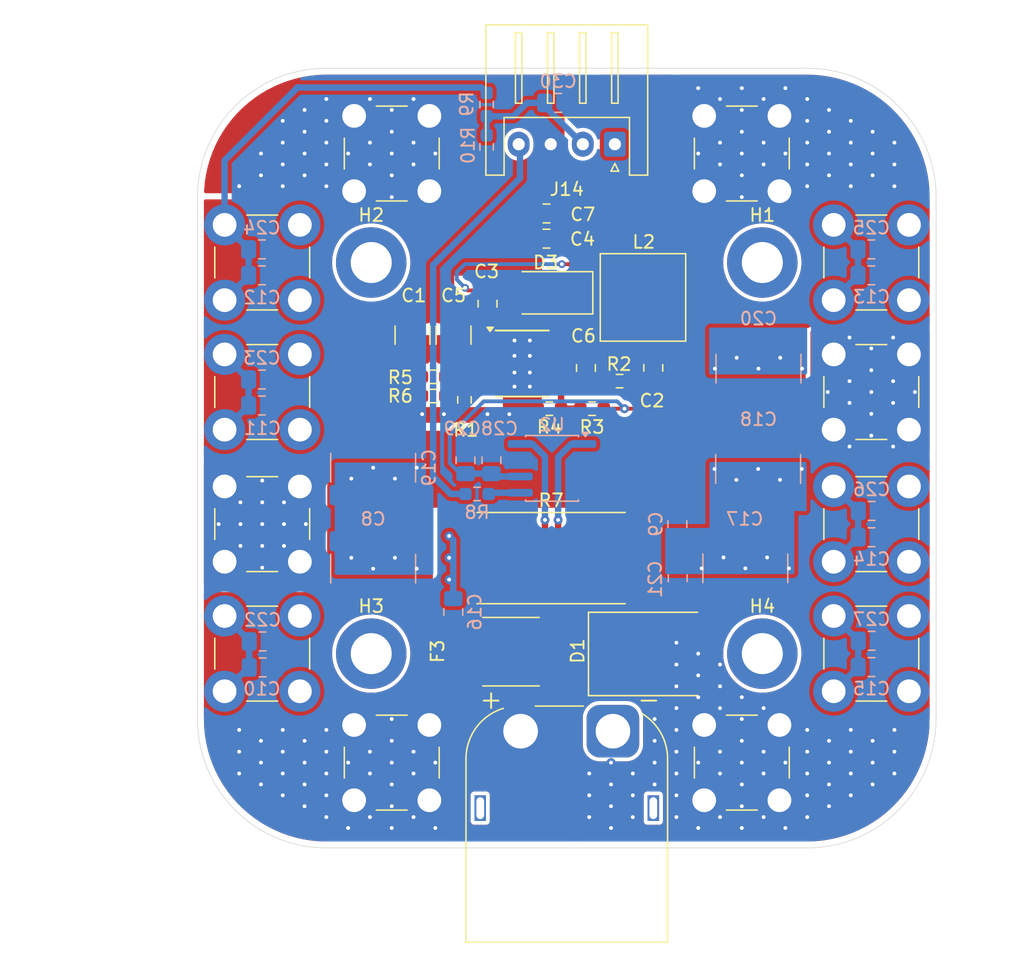
<source format=kicad_pcb>
(kicad_pcb (version 20241229) (generator "pcbnew") (generator_version "9.0")
  (layers (0 "F.Cu" power) (2 "B.Cu" power) (13 "F.Paste" user) (15 "B.Paste" user) (5 "F.SilkS" user "F.Silkscreen") (7 "B.SilkS" user "B.Silkscreen") (1 "F.Mask" user) (3 "B.Mask" user) (25 "Edge.Cuts" user))
  (net 0 "")
  (net 5 "GND")
  (net 6 "VBAT")
  (net 7 "Net-(C2-Pad1)")
  (net 8 "Net-(U1-BOOT)")
  (net 9 "5V")
  (net 10 "Net-(U1-COMP)")
  (net 11 "Net-(U1-RT{slash}CLK)")
  (net 12 "FB")
  (net 13 "TPS_EN")
  (net 14 "/SW")
  (net 15 "/BAT_IN")
  (net 16 "BAT_CURR")
  (net 17 "/SH_IN")
  (net 18 "Net-(R8-Pad2)")
  (net 19 "BAT_VOL")
  (footprint "Capacitor_SMD:C_0805_2012Metric_Pad1.18x1.45mm_HandSolder" (layer "F.Cu") (at 151.07 53.7125 90)
    (property "Reference" "C3")
    (property "Value" "0.1uF")
  )
  (footprint "MountingHole:MountingHole_3.2mm_M3_ISO14580_Pad" (layer "F.Cu") (at 142 81)
    (property "Reference" "H3")
    (property "Value" "MountingHole_Pad")
  )
  (footprint "Inductor_SMD:L_Coilcraft_XAL6060-XXX" (layer "F.Cu") (at 163.25 53.225)
    (property "Reference" "L2")
    (property "Value" "8.2uH")
  )
  (footprint "TerminalBlock_Wuerth:Wuerth_REDCUBE-THR_WP-THRSH_74651173_THR" (layer "F.Cu") (at 181 50.5)
    (property "Reference" "J13" (hide yes))
    (property "Value" "Screw_Terminal_01x01")
  )
  (footprint "Resistor_SMD:R_0603_1608Metric_Pad0.98x0.95mm_HandSolder" (layer "F.Cu") (at 161.369004 59.75)
    (property "Reference" "R2")
    (property "Value" "13k")
  )
  (footprint "Capacitor_SMD:C_0805_2012Metric_Pad1.18x1.45mm_HandSolder" (layer "F.Cu") (at 163.995 58.7125 90)
    (property "Reference" "C2")
    (property "Value" "6800pF")
  )
  (footprint "Resistor_SMD:R_0603_1608Metric_Pad0.98x0.95mm_HandSolder" (layer "F.Cu") (at 146.87 59.4125 180)
    (property "Reference" "R5")
    (property "Value" "147k")
  )
  (footprint "Resistor_SMD:R_0603_1608Metric_Pad0.98x0.95mm_HandSolder" (layer "F.Cu") (at 146.87 60.9125)
    (property "Reference" "R6")
    (property "Value" "33k")
  )
  (footprint "Diode_SMD:D_SMC" (layer "F.Cu") (at 163.85 81.025)
    (property "Reference" "D1")
    (property "Value" "SMCJ28A")
  )
  (footprint "Connector_AMASS:AMASS_XT60PW-M_1x02_P7.20mm_Horizontal" (layer "F.Cu") (at 160.85 87.05 180)
    (property "Reference" "J1" (hide yes))
    (property "Value" "Conn_01x02_Pin")
  )
  (footprint "Resistor_SMD:R_0603_1608Metric_Pad0.98x0.95mm_HandSolder" (layer "F.Cu") (at 159.219004 61.9 180)
    (property "Reference" "R3")
    (property "Value" "68k")
  )
  (footprint "Package_SO:TI_SO-PowerPAD-8_ThermalVias" (layer "F.Cu") (at 153.77 58.3775)
    (property "Reference" "U1" (hide yes))
    (property "Value" "TPS54360BQDDAQ1")
  )
  (footprint "Fuse:Fuse_2920_7451Metric_Pad2.10x5.45mm_HandSolder" (layer "F.Cu") (at 152.9 80.85 180)
    (property "Reference" "F3")
    (property "Value" "Fuse")
  )
  (footprint "TerminalBlock_Wuerth:Wuerth_REDCUBE-THR_WP-THRSH_74651173_THR" (layer "F.Cu") (at 181 60.6)
    (property "Reference" "J5" (hide yes))
    (property "Value" "Screw_Terminal_01x01")
  )
  (footprint "MountingHole:MountingHole_3.2mm_M3_ISO14580_Pad" (layer "F.Cu") (at 172.5 50.5)
    (property "Reference" "H1")
    (property "Value" "MountingHole_Pad")
  )
  (footprint "Capacitor_SMD:C_0805_2012Metric_Pad1.18x1.45mm_HandSolder" (layer "F.Cu") (at 155.67 46.675 180)
    (property "Reference" "C7")
    (property "Value" "47uF")
  )
  (footprint "TerminalBlock_Wuerth:Wuerth_REDCUBE-THR_WP-THRSH_74651173_THR" (layer "F.Cu") (at 170.9 89.5)
    (property "Reference" "J7" (hide yes))
    (property "Value" "Screw_Terminal_01x01")
  )
  (footprint "TerminalBlock_Wuerth:Wuerth_REDCUBE-THR_WP-THRSH_74651173_THR" (layer "F.Cu") (at 133.5 60.6)
    (property "Reference" "J2" (hide yes))
    (property "Value" "Screw_Terminal_01x01")
  )
  (footprint "Resistor_SMD:R_Shunt_Vishay_WSR2_WSR3" (layer "F.Cu") (at 156.025 73.55)
    (property "Reference" "R7")
    (property "Value" "R")
  )
  (footprint "MountingHole:MountingHole_3.2mm_M3_ISO14580_Pad" (layer "F.Cu") (at 172.5 81)
    (property "Reference" "H4")
    (property "Value" "MountingHole_Pad")
  )
  (footprint "TerminalBlock_Wuerth:Wuerth_REDCUBE-THR_WP-THRSH_74651173_THR" (layer "F.Cu") (at 133.5 70.9)
    (property "Reference" "J11" (hide yes))
    (property "Value" "Screw_Terminal_01x01")
  )
  (footprint "TerminalBlock_Wuerth:Wuerth_REDCUBE-THR_WP-THRSH_74651173_THR" (layer "F.Cu") (at 170.9 42)
    (property "Reference" "J12" (hide yes))
    (property "Value" "Screw_Terminal_01x01")
  )
  (footprint "Capacitor_SMD:C_1210_3225Metric_Pad1.33x2.70mm_HandSolder" (layer "F.Cu") (at 148.42 56.1625 90)
    (property "Reference" "C5")
    (property "Value" "2.2uF")
  )
  (footprint "Resistor_SMD:R_0603_1608Metric_Pad0.98x0.95mm_HandSolder" (layer "F.Cu") (at 155.894004 61.9 180)
    (property "Reference" "R4")
    (property "Value" "13k")
  )
  (footprint "TerminalBlock_Wuerth:Wuerth_REDCUBE-THR_WP-THRSH_74651173_THR" (layer "F.Cu") (at 133.5 81)
    (property "Reference" "J9" (hide yes))
    (property "Value" "Screw_Terminal_01x01")
  )
  (footprint "Diode_SMD:D_SMA" (layer "F.Cu") (at 155.77 52.8625 180)
    (property "Reference" "D3")
    (property "Value" "SS34")
  )
  (footprint "MountingHole:MountingHole_3.2mm_M3_ISO14580_Pad" (layer "F.Cu") (at 142 50.5)
    (property "Reference" "H2")
    (property "Value" "MountingHole_Pad")
  )
  (footprint "Connector_JST:JST_XH_S4B-XH-A_1x04_P2.50mm_Horizontal" (layer "F.Cu") (at 161 41.275 180)
    (property "Reference" "J14")
    (property "Value" "Conn_01x04_Pin")
  )
  (footprint "TerminalBlock_Wuerth:Wuerth_REDCUBE-THR_WP-THRSH_74651173_THR" (layer "F.Cu") (at 143.6 42)
    (property "Reference" "J3" (hide yes))
    (property "Value" "Screw_Terminal_01x01")
  )
  (footprint "TerminalBlock_Wuerth:Wuerth_REDCUBE-THR_WP-THRSH_74651173_THR" (layer "F.Cu") (at 181 70.9)
    (property "Reference" "J6" (hide yes))
    (property "Value" "Screw_Terminal_01x01")
  )
  (footprint "Capacitor_SMD:C_0805_2012Metric_Pad1.18x1.45mm_HandSolder" (layer "F.Cu") (at 155.67 48.6375 180)
    (property "Reference" "C4")
    (property "Value" "47uF")
  )
  (footprint "TerminalBlock_Wuerth:Wuerth_REDCUBE-THR_WP-THRSH_74651173_THR" (layer "F.Cu") (at 181 81)
    (property "Reference" "J8" (hide yes))
    (property "Value" "Screw_Terminal_01x01")
  )
  (footprint "Capacitor_SMD:C_1210_3225Metric_Pad1.33x2.70mm_HandSolder" (layer "F.Cu") (at 145.22 56.1625 90)
    (property "Reference" "C1")
    (property "Value" "2.2uF")
  )
  (footprint "TerminalBlock_Wuerth:Wuerth_REDCUBE-THR_WP-THRSH_74651173_THR" (layer "F.Cu") (at 143.6 89.5)
    (property "Reference" "J10" (hide yes))
    (property "Value" "Screw_Terminal_01x01")
  )
  (footprint "Resistor_SMD:R_0603_1608Metric_Pad0.98x0.95mm_HandSolder" (layer "F.Cu") (at 149.27 61.2125 90)
    (property "Reference" "R1")
    (property "Value" "162k")
  )
  (footprint "Capacitor_SMD:C_0805_2012Metric_Pad1.18x1.45mm_HandSolder" (layer "F.Cu") (at 158.745 58.725 90)
    (property "Reference" "C6")
    (property "Value" "39pF")
  )
  (footprint "TerminalBlock_Wuerth:Wuerth_REDCUBE-THR_WP-THRSH_74651173_THR" (layer "F.Cu") (at 133.5 50.5)
    (property "Reference" "J4" (hide yes))
    (property "Value" "Screw_Terminal_01x01")
  )
  (footprint "Capacitor_SMD:C_0805_2012Metric_Pad1.18x1.45mm_HandSolder" (layer "B.Cu") (at 165.875 70.9 -90)
    (property "Reference" "C9")
    (property "Value" "0.1uF")
  )
  (footprint "Capacitor_SMD:C_1825_4564Metric_Pad1.57x6.80mm_HandSolder" (layer "B.Cu") (at 142.15 66.5 90)
    (property "Reference" "C19")
    (property "Value" "100uF")
  )
  (footprint "Resistor_SMD:R_0603_1608Metric_Pad0.98x0.95mm_HandSolder" (layer "B.Cu") (at 151 41.4875 90)
    (property "Reference" "R10")
    (property "Value" "10k")
  )
  (footprint "Capacitor_SMD:C_0805_2012Metric_Pad1.18x1.45mm_HandSolder" (layer "B.Cu") (at 181.025 69.875 180)
    (property "Reference" "C26")
    (property "Value" "1uF")
  )
  (footprint "Capacitor_SMD:C_0805_2012Metric_Pad1.18x1.45mm_HandSolder" (layer "B.Cu") (at 133.475 51.5 180)
    (property "Reference" "C12")
    (property "Value" "0.1uF")
  )
  (footprint "Capacitor_SMD:C_0805_2012Metric_Pad1.18x1.45mm_HandSolder" (layer "B.Cu") (at 151.375 65.925 -90)
    (property "Reference" "C28")
    (property "Value" "0.1uF")
  )
  (footprint "Capacitor_SMD:C_0805_2012Metric_Pad1.18x1.45mm_HandSolder" (layer "B.Cu") (at 181 49.475 180)
    (property "Reference" "C25")
    (property "Value" "1uF")
  )
  (footprint "Resistor_SMD:R_0603_1608Metric_Pad0.98x0.95mm_HandSolder" (layer "B.Cu") (at 150.25 68.55)
    (property "Reference" "R8")
    (property "Value" "100")
  )
  (footprint "Package_SO:SOIC-8_3.9x4.9mm_P1.27mm" (layer "B.Cu") (at 156.1 66.55 180)
    (property "Reference" "U2")
    (property "Value" "INA240A2D")
  )
  (footprint "Capacitor_SMD:C_0805_2012Metric_Pad1.18x1.45mm_HandSolder" (layer "B.Cu") (at 133.525 80.05 180)
    (property "Reference" "C22")
    (property "Value" "1uF")
  )
  (footprint "Resistor_SMD:R_0603_1608Metric_Pad0.98x0.95mm_HandSolder" (layer "B.Cu") (at 151 38.1875 90)
    (property "Reference" "R9")
    (property "Value" "100k")
  )
  (footprint "Capacitor_SMD:C_0805_2012Metric_Pad1.18x1.45mm_HandSolder" (layer "B.Cu") (at 149.35 65.925 -90)
    (property "Reference" "C29")
    (property "Value" "1uF")
  )
  (footprint "Capacitor_SMD:C_0805_2012Metric_Pad1.18x1.45mm_HandSolder" (layer "B.Cu") (at 156.575 38.05 180)
    (property "Reference" "C30")
    (property "Value" "100n")
  )
  (footprint "Capacitor_SMD:C_0805_2012Metric_Pad1.18x1.45mm_HandSolder" (layer "B.Cu") (at 133.525 82.075 180)
    (property "Reference" "C10")
    (property "Value" "0.1uF")
  )
  (footprint "Capacitor_SMD:C_0805_2012Metric_Pad1.18x1.45mm_HandSolder" (layer "B.Cu") (at 148.4 77.75 90)
    (property "Reference" "C16")
    (property "Value" "0.1uF")
  )
  (footprint "Capacitor_SMD:C_0805_2012Metric_Pad1.18x1.45mm_HandSolder" (layer "B.Cu") (at 181.025 80 180)
    (property "Reference" "C27")
    (property "Value" "1uF")
  )
  (footprint "Capacitor_SMD:C_1825_4564Metric_Pad1.57x6.80mm_HandSolder" (layer "B.Cu") (at 172.2 58.775 -90)
    (property "Reference" "C20")
    (property "Value" "100uF")
  )
  (footprint "Capacitor_SMD:C_1825_4564Metric_Pad1.57x6.80mm_HandSolder" (layer "B.Cu") (at 142.15 74.375 -90)
    (property "Reference" "C8")
    (property "Value" "220uF")
  )
  (footprint "Capacitor_SMD:C_0805_2012Metric_Pad1.18x1.45mm_HandSolder" (layer "B.Cu") (at 133.475 59.625 180)
    (property "Reference" "C23")
    (property "Value" "1uF")
  )
  (footprint "Capacitor_SMD:C_1825_4564Metric_Pad1.57x6.80mm_HandSolder" (layer "B.Cu") (at 172.175 66.6 90)
    (property "Reference" "C18")
    (property "Value" "220uF")
  )
  (footprint "Capacitor_SMD:C_0805_2012Metric_Pad1.18x1.45mm_HandSolder" (layer "B.Cu") (at 181 51.5 180)
    (property "Reference" "C13")
    (property "Value" "0.1uF")
  )
  (footprint "Capacitor_SMD:C_0805_2012Metric_Pad1.18x1.45mm_HandSolder" (layer "B.Cu") (at 133.475 61.65 180)
    (property "Reference" "C11")
    (property "Value" "0.1uF")
  )
  (footprint "Capacitor_SMD:C_0805_2012Metric_Pad1.18x1.45mm_HandSolder" (layer "B.Cu") (at 133.475 49.475 180)
    (property "Reference" "C24")
    (property "Value" "1uF")
  )
  (footprint "Capacitor_SMD:C_0805_2012Metric_Pad1.18x1.45mm_HandSolder" (layer "B.Cu") (at 181.0125 71.925 180)
    (property "Reference" "C14")
    (property "Value" "0.1uF")
  )
  (footprint "Capacitor_SMD:C_1825_4564Metric_Pad1.57x6.80mm_HandSolder" (layer "B.Cu") (at 171.175 74.35 -90)
    (property "Reference" "C17")
    (property "Value" "470uF")
  )
  (footprint "Capacitor_SMD:C_0805_2012Metric_Pad1.18x1.45mm_HandSolder" (layer "B.Cu") (at 165.9 75.125 90)
    (property "Reference" "C21")
    (property "Value" "0.1uF")
  )
  (footprint "Capacitor_SMD:C_0805_2012Metric_Pad1.18x1.45mm_HandSolder" (layer "B.Cu") (at 181.0125 82.05 180)
    (property "Reference" "C15")
    (property "Value" "0.1uF")
  )
  (gr_line (start 138.5 35.35) (end 176 35.35) (stroke (width 0.05)) (layer "Edge.Cuts"))
  (gr_arc (start 138.5 96.15) (mid 131.393577 93.206423) (end 128.45 86.1) (stroke (width 0.05)) (layer "Edge.Cuts"))
  (gr_line (start 186.05 45.4) (end 186.05 86.1) (stroke (width 0.05)) (layer "Edge.Cuts"))
  (gr_line (start 128.45 86.1) (end 128.45 45.4) (stroke (width 0.05)) (layer "Edge.Cuts"))
  (gr_arc (start 186.05 86.1) (mid 183.106423 93.206423) (end 176 96.15) (stroke (width 0.05)) (layer "Edge.Cuts"))
  (gr_line (start 176 96.15) (end 138.5 96.15) (stroke (width 0.05)) (layer "Edge.Cuts"))
  (gr_arc (start 128.45 45.4) (mid 131.393577 38.293577) (end 138.5 35.35) (stroke (width 0.05)) (layer "Edge.Cuts"))
  (gr_arc (start 176 35.35) (mid 183.106423 38.293577) (end 186.05 45.4) (stroke (width 0.05)) (layer "Edge.Cuts"))
  (segment (start 163.995 57.675) (end 158.7575 57.675) (width 0.5) (layer "F.Cu") (net 5))
  (segment (start 156.525 57.6875) (end 156.47 57.7425) (width 0.5) (layer "F.Cu") (net 5))
  (segment (start 178.065 63.535) (end 177.1025 63.535) (width 0.5) (layer "F.Cu") (net 5))
  (segment (start 158.7575 57.675) (end 158.745 57.6875) (width 0.5) (layer "F.Cu") (net 5))
  (segment (start 136.5575 73.7125) (end 136.435 73.835) (width 0.5) (layer "F.Cu") (net 5))
  (segment (start 145.22 54.6) (end 148.42 54.6) (width 0.5) (layer "F.Cu") (net 5))
  (segment (start 136.435 67.965) (end 137.1725 67.965) (width 0.5) (layer "F.Cu") (net 5))
  (segment (start 145.9575 60.9125) (end 145.9575 62.313496) (width 0.5) (layer "F.Cu") (net 5))
  (segment (start 177.9425 57.7875) (end 178.065 57.665) (width 0.5) (layer "F.Cu") (net 5))
  (segment (start 156.47 57.7425) (end 154.405 57.7425) (width 0.5) (layer "F.Cu") (net 5))
  (segment (start 154.405 57.7425) (end 154.37 57.7775) (width 0.5) (layer "F.Cu") (net 5))
  (segment (start 144.77 55.05) (end 145.22 54.6) (width 0.5) (layer "F.Cu") (net 5))
  (segment (start 158.69 57.7425) (end 158.745 57.6875) (width 0.5) (layer "F.Cu") (net 5))
  (segment (start 144.895 54.925) (end 145.22 54.6) (width 0.5) (layer "F.Cu") (net 5))
  (segment (start 178.065 63.535) (end 177.3025 63.535) (width 0.5) (layer "F.Cu") (net 5))
  (segment (start 145.9575 62.313496) (end 145.969004 62.325) (width 0.5) (layer "F.Cu") (net 5))
  (segment (start 158.745 57.6875) (end 156.525 57.6875) (width 0.5) (layer "F.Cu") (net 5))
  (via (at 138.5 93.75) (size 0.7) (drill 0.3) (layers "F.Cu" "B.Cu") (net 5))
  (via (at 174.3 42) (size 0.7) (drill 0.3) (layers "F.Cu" "B.Cu") (net 5))
  (via (at 140.2 42) (size 0.7) (drill 0.3) (layers "F.Cu" "B.Cu") (net 5))
  (via (at 143.6 45.4) (size 0.7) (drill 0.3) (layers "F.Cu" "B.Cu") (net 5))
  (via (at 135.1 88.65) (size 0.7) (drill 0.3) (layers "F.Cu" "B.Cu") (net 5))
  (via (at 164.1 87.8) (size 0.7) (drill 0.3) (layers "F.Cu" "B.Cu") (net 5))
  (via (at 174.3 94.6) (size 0.7) (drill 0.3) (layers "F.Cu" "B.Cu") (net 5))
  (via (at 143.6 42) (size 0.7) (drill 0.3) (layers "F.Cu" "B.Cu") (net 5))
  (via (at 179.4 88.65) (size 0.7) (drill 0.3) (layers "F.Cu" "B.Cu") (net 5))
  (via (at 133.5 72.6) (size 0.7) (drill 0.3) (layers "F.Cu" "B.Cu") (net 5))
  (via (at 167.5 89.5) (size 0.7) (drill 0.3) (layers "F.Cu" "B.Cu") (net 5))
  (via (at 133.4 89.5) (size 0.7) (drill 0.3) (layers "F.Cu" "B.Cu") (net 5))
  (via (at 182.8 88.65) (size 0.7) (drill 0.3) (layers "F.Cu" "B.Cu") (net 5))
  (via (at 145.3 37.75) (size 0.7) (drill 0.3) (layers "F.Cu" "B.Cu") (net 5))
  (via (at 167.5 81) (size 0.7) (drill 0.3) (layers "F.Cu" "B.Cu") (net 5))
  (via (at 170.9 38.6) (size 0.7) (drill 0.3) (layers "F.Cu" "B.Cu") (net 5))
  (via (at 140.2 89.5) (size 0.7) (drill 0.3) (layers "F.Cu" "B.Cu") (net 5))
  (via (at 160.7 92.9) (size 0.7) (drill 0.3) (layers "F.Cu" "B.Cu") (net 5))
  (via (at 182.7 61.45) (size 0.7) (drill 0.3) (layers "F.Cu" "B.Cu") (net 5))
  (via (at 182.7 64.85) (size 0.7) (drill 0.3) (layers "F.Cu" "B.Cu") (net 5))
  (via (at 135.1 90.35) (size 0.7) (drill 0.3) (layers "F.Cu" "B.Cu") (net 5))
  (via (at 182.8 42.85) (size 0.7) (drill 0.3) (layers "F.Cu" "B.Cu") (net 5))
  (via (at 143.6 91.2) (size 0.7) (drill 0.3) (layers "F.Cu" "B.Cu") (net 5))
  (via (at 170.9 84.4) (size 0.7) (drill 0.3) (layers "F.Cu" "B.Cu") (net 5))
  (via (at 143.6 43.7) (size 0.7) (drill 0.3) (layers "F.Cu" "B.Cu") (net 5))
  (via (at 170.9 91.2) (size 0.7) (drill 0.3) (layers "F.Cu" "B.Cu") (net 5))
  (via (at 174.3 36.9) (size 0.7) (drill 0.3) (layers "F.Cu" "B.Cu") (net 5))
  (via (at 181.1 89.5) (size 0.7) (drill 0.3) (layers "F.Cu" "B.Cu") (net 5))
  (via (at 159 93.75) (size 0.7) (drill 0.3) (layers "F.Cu" "B.Cu") (net 5))
  (via (at 138.5 92.05) (size 0.7) (drill 0.3) (layers "F.Cu" "B.Cu") (net 5))
  (via (at 181.1 91.2) (size 0.7) (drill 0.3) (layers "F.Cu" "B.Cu") (net 5))
  (via (at 181.1 40.3) (size 0.7) (drill 0.3) (layers "F.Cu" "B.Cu") (net 5))
  (via (at 131.8 69.2) (size 0.7) (drill 0.3) (layers "F.Cu" "B.Cu") (net 5))
  (via (at 179.4 39.45) (size 0.7) (drill 0.3) (layers "F.Cu" "B.Cu") (net 5))
  (via (at 172.6 41.15) (size 0.7) (drill 0.3) (layers "F.Cu" "B.Cu") (net 5))
  (via (at 131.7 90.35) (size 0.7) (drill 0.3) (layers "F.Cu" "B.Cu") (net 5))
  (via (at 181.1 42) (size 0.7) (drill 0.3) (layers "F.Cu" "B.Cu") (net 5))
  (via (at 170.9 45.4) (size 0.7) (drill 0.3) (layers "F.Cu" "B.Cu") (net 5))
  (via (at 167.5 36.9) (size 0.7) (drill 0.3) (layers "F.Cu" "B.Cu") (net 5))
  (via (at 138.5 44.55) (size 0.7) (drill 0.3) (layers "F.Cu" "B.Cu") (net 5))
  (via (at 136.8 43.7) (size 0.7) (drill 0.3) (layers "F.Cu" "B.Cu") (net 5))
  (via (at 162.4 93.75) (size 0.7) (drill 0.3) (layers "F.Cu" "B.Cu") (net 5))
  (via (at 179.4 41.15) (size 0.7) (drill 0.3) (layers "F.Cu" "B.Cu") (net 5))
  (via (at 136.8 89.5) (size 0.7) (drill 0.3) (layers "F.Cu" "B.Cu") (net 5))
  (via (at 160.7 89.5) (size 0.7) (drill 0.3) (layers "F.Cu" "B.Cu") (net 5))
  (via (at 165.8 88.65) (size 0.7) (drill 0.3) (layers "F.Cu" "B.Cu") (net 5))
  (via (at 182.7 59.75) (size 0.7) (drill 0.3) (layers "F.Cu" "B.Cu") (net 5))
  (via (at 167.5 94.6) (size 0.7) (drill 0.3) (layers "F.Cu" "B.Cu") (net 5))
  (via (at 170.9 86.1) (size 0.7) (drill 0.3) (layers "F.Cu" "B.Cu") (net 5))
  (via (at 167.5 42) (size 0.7) (drill 0.3) (layers "F.Cu" "B.Cu") (net 5))
  (via (at 169.2 37.75) (size 0.7) (drill 0.3) (layers "F.Cu" "B.Cu") (net 5))
  (via (at 179.3 56.35) (size 0.7) (drill 0.3) (layers "F.Cu" "B.Cu") (net 5))
  (via (at 177.7 42) (size 0.7) (drill 0.3) (layers "F.Cu" "B.Cu") (net 5))
  (via (at 133.4 87.8) (size 0.7) (drill 0.3) (layers "F.Cu" "B.Cu") (net 5))
  (via (at 143.6 38.6) (size 0.7) (drill 0.3) (layers "F.Cu" "B.Cu") (net 5))
  (via (at 179.4 92.05) (size 0.7) (drill 0.3) (layers "F.Cu" "B.Cu") (net 5))
  (via (at 169.2 88.65) (size 0.7) (drill 0.3) (layers "F.Cu" "B.Cu") (net 5))
  (via (at 179.4 90.35) (size 0.7) (drill 0.3) (layers "F.Cu" "B.Cu") (net 5))
  (via (at 179.3 64.85) (size 0.7) (drill 0.3) (layers "F.Cu" "B.Cu") (net 5))
  (via (at 169.2 42.85) (size 0.7) (drill 0.3) (layers "F.Cu" "B.Cu") (net 5))
  (via (at 172.6 42.85) (size 0.7) (drill 0.3) (layers "F.Cu" "B.Cu") (net 5))
  (via (at 141.9 88.65) (size 0.7) (drill 0.3) (layers "F.Cu" "B.Cu") (net 5))
  (via (at 174.3 89.5) (size 0.7) (drill 0.3) (layers "F.Cu" "B.Cu") (net 5))
  (via (at 145.3 88.65) (size 0.7) (drill 0.3) (layers "F.Cu" "B.Cu") (net 5))
  (via (at 177.7 43.7) (size 0.7) (drill 0.3) (layers "F.Cu" "B.Cu") (net 5))
  (via (at 179.3 59.75) (size 0.7) (drill 0.3) (layers "F.Cu" "B.Cu") (net 5))
  (via (at 147 42) (size 0.7) (drill 0.3) (layers "F.Cu" "B.Cu") (net 5))
  (via (at 181 60.6) (size 0.7) (drill 0.3) (layers "F.Cu" "B.Cu") (net 5))
  (via (at 140.2 94.6) (size 0.7) (drill 0.3) (layers "F.Cu" "B.Cu") (net 5))
  (via (at 181 62.3) (size 0.7) (drill 0.3) (layers "F.Cu" "B.Cu") (net 5))
  (via (at 138.5 88.65) (size 0.7) (drill 0.3) (layers "F.Cu" "B.Cu") (net 5))
  (via (at 145.3 90.35) (size 0.7) (drill 0.3) (layers "F.Cu" "B.Cu") (net 5))
  (via (at 172.6 90.35) (size 0.7) (drill 0.3) (layers "F.Cu" "B.Cu") (net 5))
  (via (at 138.5 37.75) (size 0.7) (drill 0.3) (layers "F.Cu" "B.Cu") (net 5))
  (via (at 141.9 90.35) (size 0.7) (drill 0.3) (layers "F.Cu" "B.Cu") (net 5))
  (via (at 176 39.45) (size 0.7) (drill 0.3) (layers "F.Cu" "B.Cu") (net 5))
  (via (at 177.7 40.3) (size 0.7) (drill 0.3) (layers "F.Cu" "B.Cu") (net 5))
  (via (at 176 41.15) (size 0.7) (drill 0.3) (layers "F.Cu" "B.Cu") (net 5))
  (via (at 131.8 72.6) (size 0.7) (drill 0.3) (layers "F.Cu" "B.Cu") (net 5))
  (via (at 135.2 69.2) (size 0.7) (drill 0.3) (layers "F.Cu" "B.Cu") (net 5))
  (via (at 147 94.6) (size 0.7) (drill 0.3) (layers "F.Cu" "B.Cu") (net 5))
  (via (at 181 64) (size 0.7) (drill 0.3) (layers "F.Cu" "B.Cu") (net 5))
  (via (at 145.3 41.15) (size 0.7) (drill 0.3) (layers "F.Cu" "B.Cu") (net 5))
  (via (at 138.5 86.95) (size 0.7) (drill 0.3) (layers "F.Cu" "B.Cu") (net 5))
  (via (at 135.2 72.6) (size 0.7) (drill 0.3) (layers "F.Cu" "B.Cu") (net 5))
  (via (at 164.1 86.1) (size 0.7) (drill 0.3) (layers "F.Cu" "B.Cu") (net 5))
  (via (at 181 57.2) (size 0.7) (drill 0.3) (layers "F.Cu" "B.Cu") (net 5))
  (via (at 172.6 37.75) (size 0.7) (drill 0.3) (layers "F.Cu" "B.Cu") (net 5))
  (via (at 141.9 42.85) (size 0.7) (drill 0.3) (layers "F.Cu" "B.Cu") (net 5))
  (via (at 179.4 86.95) (size 0.7) (drill 0.3) (layers "F.Cu" "B.Cu") (net 5))
  (via (at 172.6 85.25) (size 0.7) (drill 0.3) (layers "F.Cu" "B.Cu") (net 5))
  (via (at 136.9 70.9) (size 0.7) (drill 0.3) (layers "F.Cu" "B.Cu") (net 5))
  (via (at 169.2 81.85) (size 0.7) (drill 0.3) (layers "F.Cu" "B.Cu") (net 5))
  (via (at 182.8 41.15) (size 0.7) (drill 0.3) (layers "F.Cu" "B.Cu") (net 5))
  (via (at 133.4 91.2) (size 0.7) (drill 0.3) (layers "F.Cu" "B.Cu") (net 5))
  (via (at 133.4 42) (size 0.7) (drill 0.3) (layers "F.Cu" "B.Cu") (net 5))
  (via (at 182.7 56.35) (size 0.7) (drill 0.3) (layers "F.Cu" "B.Cu") (net 5))
  (via (at 165.8 90.35) (size 0.7) (drill 0.3) (layers "F.Cu" "B.Cu") (net 5))
  (via (at 176 44.55) (size 0.7) (drill 0.3) (layers "F.Cu" "B.Cu") (net 5))
  (via (at 130.1 70.9) (size 0.7) (drill 0.3) (layers "F.Cu" "B.Cu") (net 5))
  (via (at 138.5 42.85) (size 0.7) (drill 0.3) (layers "F.Cu" "B.Cu") (net 5))
  (via (at 172.6 88.65) (size 0.7) (drill 0.3) (layers "F.Cu" "B.Cu") (net 5))
  (via (at 133.5 74.3) (size 0.7) (drill 0.3) (layers "F.Cu" "B.Cu") (net 5))
  (via (at 160.7 94.6) (size 0.7) (drill 0.3) (layers "F.Cu" "B.Cu") (net 5))
  (via (at 131.7 86.95) (size 0.7) (drill 0.3) (layers "F.Cu" "B.Cu") (net 5))
  (via (at 143.6 92.9) (size 0.7) (drill 0.3) (layers "F.Cu" "B.Cu") (net 5))
  (via (at 133.5 67.5) (size 0.7) (drill 0.3) (layers "F.Cu" "B.Cu") (net 5))
  (via (at 135.1 92.05) (size 0.7) (drill 0.3) (layers "F.Cu" "B.Cu") (net 5))
  (via (at 170.9 94.6) (size 0.7) (drill 0.3) (layers "F.Cu" "B.Cu") (net 5))
  (via (at 165.8 92.05) (size 0.7) (drill 0.3) (layers "F.Cu" "B.Cu") (net 5))
  (via (at 145.3 93.75) (size 0.7) (drill 0.3) (layers "F.Cu" "B.Cu") (net 5))
  (via (at 136.8 38.6) (size 0.7) (drill 0.3) (layers "F.Cu" "B.Cu") (net 5))
  (via (at 133.5 70.9) (size 0.7) (drill 0.3) (layers "F.Cu" "B.Cu") (net 5))
  (via (at 145.3 42.85) (size 0.7) (drill 0.3) (layers "F.Cu" "B.Cu") (net 5))
  (via (at 133.5 69.2) (size 0.7) (drill 0.3) (layers "F.Cu" "B.Cu") (net 5))
  (via (at 138.5 39.45) (size 0.7) (drill 0.3) (layers "F.Cu" "B.Cu") (net 5))
  (via (at 176 88.65) (size 0.7) (drill 0.3) (layers "F.Cu" "B.Cu") (net 5))
  (via (at 141.9 37.75) (size 0.7) (drill 0.3) (layers "F.Cu" "B.Cu") (net 5))
  (via (at 136.8 42) (size 0.7) (drill 0.3) (layers "F.Cu" "B.Cu") (net 5))
  (via (at 135.1 39.45) (size 0.7) (drill 0.3) (layers "F.Cu" "B.Cu") (net 5))
  (via (at 176 90.35) (size 0.7) (drill 0.3) (layers "F.Cu" "B.Cu") (net 5))
  (via (at 136.8 91.2) (size 0.7) (drill 0.3) (layers "F.Cu" "B.Cu") (net 5))
  (via (at 133.4 43.7) (size 0.7) (drill 0.3) (layers "F.Cu" "B.Cu") (net 5))
  (via (at 169.2 85.25) (size 0.7) (drill 0.3) (layers "F.Cu" "B.Cu") (net 5))
  (via (at 145.969004 62.325) (size 0.7) (drill 0.3) (layers "F.Cu" "B.Cu") (net 5))
  (via (at 143.6 40.3) (size 0.7) (drill 0.3) (layers "F.Cu" "B.Cu") (net 5))
  (via (at 177.7 89.5) (size 0.7) (drill 0.3) (layers "F.Cu" "B.Cu") (net 5))
  (via (at 184.4 60.6) (size 0.7) (drill 0.3) (layers "F.Cu" "B.Cu") (net 5))
  (via (at 170.9 42) (size 0.7) (drill 0.3) (layers "F.Cu" "B.Cu") (net 5))
  (via (at 159 92.05) (size 0.7) (drill 0.3) (layers "F.Cu" "B.Cu") (net 5))
  (via (at 177.7 91.2) (size 0.7) (drill 0.3) (layers "F.Cu" "B.Cu") (net 5))
  (via (at 177.6 60.6) (size 0.7) (drill 0.3) (layers "F.Cu" "B.Cu") (net 5))
  (via (at 177.7 92.9) (size 0.7) (drill 0.3) (layers "F.Cu" "B.Cu") (net 5))
  (via (at 160.7 91.2) (size 0.7) (drill 0.3) (layers "F.Cu" "B.Cu") (net 5))
  (via (at 135.1 42.85) (size 0.7) (drill 0.3) (layers "F.Cu" "B.Cu") (net 5))
  (via (at 135.1 86.95) (size 0.7) (drill 0.3) (layers "F.Cu" "B.Cu") (net 5))
  (via (at 135.1 44.55) (size 0.7) (drill 0.3) (layers "F.Cu" "B.Cu") (net 5))
  (via (at 138.5 90.35) (size 0.7) (drill 0.3) (layers "F.Cu" "B.Cu") (net 5))
  (via (at 165.8 85.25) (size 0.7) (drill 0.3) (layers "F.Cu" "B.Cu") (net 5))
  (via (at 152.769004 62.325) (size 0.7) (drill 0.3) (layers "F.Cu" "B.Cu") (net 5))
  (via (at 176 92.05) (size 0.7) (drill 0.3) (layers "F.Cu" "B.Cu") (net 5))
  (via (at 143.6 87.8) (size 0.7) (drill 0.3) (layers "F.Cu" "B.Cu") (net 5))
  (via (at 162.4 92.05) (size 0.7) (drill 0.3) (layers "F.Cu" "B.Cu") (net 5))
  (via (at 159 90.35) (size 0.7) (drill 0.3) (layers "F.Cu" "B.Cu") (net 5))
  (via (at 170.9 36.9) (size 0.7) (drill 0.3) (layers "F.Cu" "B.Cu") (net 5))
  (via (at 143.6 89.5) (size 0.7) (drill 0.3) (layers "F.Cu" "B.Cu") (net 5))
  (via (at 176 93.75) (size 0.7) (drill 0.3) (layers "F.Cu" "B.Cu") (net 5))
  (via (at 138.5 41.15) (size 0.7) (drill 0.3) (layers "F.Cu" "B.Cu") (net 5))
  (via (at 165.8 80.15) (size 0.7) (drill 0.3) (layers "F.Cu" "B.Cu") (net 5))
  (via (at 167.5 82.7) (size 0.7) (drill 0.3) (layers "F.Cu" "B.Cu") (net 5))
  (via (at 169.2 93.75) (size 0.7) (drill 0.3) (layers "F.Cu" "B.Cu") (net 5))
  (via (at 181.1 43.7) (size 0.7) (drill 0.3) (layers "F.Cu" "B.Cu") (net 5))
  (via (at 136.8 40.3) (size 0.7) (drill 0.3) (layers "F.Cu" "B.Cu") (net 5))
  (via (at 182.8 86.95) (size 0.7) (drill 0.3) (layers "F.Cu" "B.Cu") (net 5))
  (via (at 141.9 41.15) (size 0.7) (drill 0.3) (layers "F.Cu" "B.Cu") (net 5))
  (via (at 151.069004 62.325) (size 0.7) (drill 0.3) (layers "F.Cu" "B.Cu") (net 5))
  (via (at 147 89.5) (size 0.7) (drill 0.3) (layers "F.Cu" "B.Cu") (net 5))
  (via (at 147.669004 62.325) (size 0.7) (drill 0.3) (layers "F.Cu" "B.Cu") (net 5))
  (via (at 170.9 87.8) (size 0.7) (drill 0.3) (layers "F.Cu" "B.Cu") (net 5))
  (via (at 143.6 94.6) (size 0.7) (drill 0.3) (layers "F.Cu" "B.Cu") (net 5))
  (via (at 182.8 90.35) (size 0.7) (drill 0.3) (layers "F.Cu" "B.Cu") (net 5))
  (via (at 176 42.85) (size 0.7) (drill 0.3) (layers "F.Cu" "B.Cu") (net 5))
  (via (at 170.9 43.7) (size 0.7) (drill 0.3) (layers "F.Cu" "B.Cu") (net 5))
  (via (at 131.7 44.55) (size 0.7) (drill 0.3) (layers "F.Cu" "B.Cu") (net 5))
  (via (at 170.9 89.5) (size 0.7) (drill 0.3) (layers "F.Cu" "B.Cu") (net 5))
  (via (at 164.1 91.2) (size 0.7) (drill 0.3) (layers "F.Cu" "B.Cu") (net 5))
  (via (at 177.7 87.8) (size 0.7) (drill 0.3) (layers "F.Cu" "B.Cu") (net 5))
  (via (at 177.7 38.6) (size 0.7) (drill 0.3) (layers "F.Cu" "B.Cu") (net 5))
  (via (at 165.8 93.75) (size 0.7) (drill 0.3) (layers "F.Cu" "B.Cu") (net 5))
  (via (at 179.3 61.45) (size 0.7) (drill 0.3) (layers "F.Cu" "B.Cu") (net 5))
  (via (at 172.6 93.75) (size 0.7) (drill 0.3) (layers "F.Cu" "B.Cu") (net 5))
  (via (at 162.4 90.35) (size 0.7) (drill 0.3) (layers "F.Cu" "B.Cu") (net 5))
  (via (at 176 37.75) (size 0.7) (drill 0.3) (layers "F.Cu" "B.Cu") (net 5))
  (via (at 169.2 41.15) (size 0.7) (drill 0.3) (layers "F.Cu" "B.Cu") (net 5))
  (via (at 170.9 40.3) (size 0.7) (drill 0.3) (layers "F.Cu" "B.Cu") (net 5))
  (via (at 136.8 92.9) (size 0.7) (drill 0.3) (layers "F.Cu" "B.Cu") (net 5))
  (via (at 135.2 70.9) (size 0.7) (drill 0.3) (layers "F.Cu" "B.Cu") (net 5))
  (via (at 181.1 87.8) (size 0.7) (drill 0.3) (layers "F.Cu" "B.Cu") (net 5))
  (via (at 165.8 83.55) (size 0.7) (drill 0.3) (layers "F.Cu" "B.Cu") (net 5))
  (via (at 131.8 70.9) (size 0.7) (drill 0.3) (layers "F.Cu" "B.Cu") (net 5))
  (via (at 179.4 42.85) (size 0.7) (drill 0.3) (layers "F.Cu" "B.Cu") (net 5))
  (via (at 131.7 88.65) (size 0.7) (drill 0.3) (layers "F.Cu" "B.Cu") (net 5))
  (via (at 179.4 44.55) (size 0.7) (drill 0.3) (layers "F.Cu" "B.Cu") (net 5))
  (via (at 164.1 89.5) (size 0.7) (drill 0.3) (layers "F.Cu" "B.Cu") (net 5))
  (via (at 135.1 41.15) (size 0.7) (drill 0.3) (layers "F.Cu" "B.Cu") (net 5))
  (via (at 170.9 92.9) (size 0.7) (drill 0.3) (layers "F.Cu" "B.Cu") (net 5))
  (via (at 167.5 84.4) (size 0.7) (drill 0.3) (layers "F.Cu" "B.Cu") (net 5))
  (via (at 165.8 86.95) (size 0.7) (drill 0.3) (layers "F.Cu" "B.Cu") (net 5))
  (via (at 136.8 87.8) (size 0.7) (drill 0.3) (layers "F.Cu" "B.Cu") (net 5))
  (via (at 181 58.9) (size 0.7) (drill 0.3) (layers "F.Cu" "B.Cu") (net 5))
  (via (at 143.6 86.1) (size 0.7) (drill 0.3) (layers "F.Cu" "B.Cu") (net 5))
  (via (at 169.2 83.55) (size 0.7) (drill 0.3) (layers "F.Cu" "B.Cu") (net 5))
  (via (at 141.9 93.75) (size 0.7) (drill 0.3) (layers "F.Cu" "B.Cu") (net 5))
  (via (at 169.2 90.35) (size 0.7) (drill 0.3) (layers "F.Cu" "B.Cu") (net 5))
  (via (at 182.8 44.55) (size 0.7) (drill 0.3) (layers "F.Cu" "B.Cu") (net 5))
  (via (at 165.8 81.85) (size 0.7) (drill 0.3) (layers "F.Cu" "B.Cu") (net 5))
  (via (at 176 86.95) (size 0.7) (drill 0.3) (layers "F.Cu" "B.Cu") (net 5))
  (segment (start 158.575 68.455) (end 158.575 65.915) (width 0.5) (layer "B.Cu") (net 5))
  (segment (start 151.069004 64.581504) (end 151.375 64.8875) (width 0.5) (layer "B.Cu") (net 5))
  (segment (start 151.375 64.8875) (end 149.35 64.8875) (width 0.5) (layer "B.Cu") (net 5))
  (segment (start 158.575 68.455) (end 158.97 68.455) (width 0.5) (layer "B.Cu") (net 5))
  (segment (start 152.4025 65.915) (end 151.375 64.8875) (width 0.5) (layer "B.Cu") (net 5))
  (segment (start 158.97 68.455) (end 160.3775 69.8625) (width 0.5) (layer "B.Cu") (net 5))
  (segment (start 151.069004 62.325) (end 151.069004 64.581504) (width 0.5) (layer "B.Cu") (net 5))
  (segment (start 160.3775 69.8625) (end 165.875 69.8625) (width 0.5) (layer "B.Cu") (net 5))
  (segment (start 153.625 65.915) (end 152.4025 65.915) (width 0.5) (layer "B.Cu") (net 5))
  (segment (start 148.42 57.725) (end 151.0525 57.725) (width 0.5) (layer "F.Cu") (net 6))
  (segment (start 157.444717 73.544717) (end 156.575 72.675) (width 0.5) (layer "F.Cu") (net 6))
  (segment (start 145.9575 59.4125) (end 145.9575 58.4625) (width 0.5) (layer "F.Cu") (net 6))
  (segment (start 156.575 72.675) (end 156.575 70.575) (width 0.5) (layer "F.Cu") (net 6))
  (segment (start 145.9575 58.4625) (end 145.22 57.725) (width 0.5) (layer "F.Cu") (net 6))
  (segment (start 151.0525 57.725) (end 151.07 57.7425) (width 0.5) (layer "F.Cu") (net 6))
  (segment (start 160.175334 73.544717) (end 157.444717 73.544717) (width 0.5) (layer "F.Cu") (net 6))
  (via (at 168.775 66.6) (size 0.7) (drill 0.3) (layers "F.Cu" "B.Cu") (net 6))
  (via (at 173.9 57.925) (size 0.7) (drill 0.3) (layers "F.Cu" "B.Cu") (net 6))
  (via (at 175.6 58.775) (size 0.7) (drill 0.3) (layers "F.Cu" "B.Cu") (net 6))
  (via (at 142.15 66.5) (size 0.7) (drill 0.3) (layers "F.Cu" "B.Cu") (net 6))
  (via (at 140.45 73.525) (size 0.7) (drill 0.3) (layers "F.Cu" "B.Cu") (net 6))
  (via (at 145.55 74.375) (size 0.7) (drill 0.3) (layers "F.Cu" "B.Cu") (net 6))
  (via (at 172.2 58.775) (size 0.7) (drill 0.3) (layers "F.Cu" "B.Cu") (net 6))
  (via (at 172.175 66.6) (size 0.7) (drill 0.3) (layers "F.Cu" "B.Cu") (net 6))
  (via (at 145.55 66.5) (size 0.7) (drill 0.3) (layers "F.Cu" "B.Cu") (net 6))
  (via (at 171.175 74.35) (size 0.7) (drill 0.3) (layers "F.Cu" "B.Cu") (net 6))
  (via (at 142.15 74.375) (size 0.7) (drill 0.3) (layers "F.Cu" "B.Cu") (net 6))
  (via (at 175.575 66.6) (size 0.7) (drill 0.3) (layers "F.Cu" "B.Cu") (net 6))
  (via (at 172.875 73.5) (size 0.7) (drill 0.3) (layers "F.Cu" "B.Cu") (net 6))
  (via (at 174.575 74.35) (size 0.7) (drill 0.3) (layers "F.Cu" "B.Cu") (net 6))
  (via (at 173.875 67.45) (size 0.7) (drill 0.3) (layers "F.Cu" "B.Cu") (net 6))
  (via (at 143.85 73.525) (size 0.7) (drill 0.3) (layers "F.Cu" "B.Cu") (net 6))
  (via (at 170.5 57.925) (size 0.7) (drill 0.3) (layers "F.Cu" "B.Cu") (net 6))
  (via (at 156.575 70.575) (size 0.7) (drill 0.3) (layers "F.Cu" "B.Cu") (net 6))
  (via (at 170.475 67.45) (size 0.7) (drill 0.3) (layers "F.Cu" "B.Cu") (net 6))
  (via (at 140.45 67.35) (size 0.7) (drill 0.3) (layers "F.Cu" "B.Cu") (net 6))
  (via (at 169.475 73.5) (size 0.7) (drill 0.3) (layers "F.Cu" "B.Cu") (net 6))
  (via (at 168.8 58.775) (size 0.7) (drill 0.3) (layers "F.Cu" "B.Cu") (net 6))
  (via (at 167.775 74.35) (size 0.7) (drill 0.3) (layers "F.Cu" "B.Cu") (net 6))
  (via (at 143.85 67.35) (size 0.7) (drill 0.3) (layers "F.Cu" "B.Cu") (net 6))
  (segment (start 132.4375 51.5) (end 132.4375 51.5625) (width 0.5) (layer "B.Cu") (net 6))
  (segment (start 179.975 82.05) (end 179.975 80.0125) (width 0.5) (layer "B.Cu") (net 6))
  (segment (start 157.600001 64.645) (end 158.575 64.645) (width 0.5) (layer "B.Cu") (net 6))
  (segment (start 165.875 71.9375) (end 165.875 74.0625) (width 0.5) (layer "B.Cu") (net 6))
  (segment (start 179.975 69.8875) (end 179.9875 69.875) (width 0.5) (layer "B.Cu") (net 6))
  (segment (start 179.9625 49.475) (end 179.9625 49.4625) (width 0.5) (layer "B.Cu") (net 6))
  (segment (start 156.575 70.575) (end 156.575 65.670001) (width 0.5) (layer "B.Cu") (net 6))
  (segment (start 132.4375 51.5) (end 132.4375 49.475) (width 0.5) (layer "B.Cu") (net 6))
  (segment (start 179.975 69.875) (end 178.065 67.965) (width 0.5) (layer "B.Cu") (net 6))
  (segment (start 136.25 36.85) (end 150.575 36.85) (width 0.5) (layer "B.Cu") (net 6))
  (segment (start 179.975 80.0125) (end 179.9875 80) (width 0.5) (layer "B.Cu") (net 6))
  (segment (start 179.9625 49.4625) (end 178.065 47.565) (width 0.5) (layer "B.Cu") (net 6))
  (segment (start 165.875 74.0625) (end 165.9 74.0875) (width 0.5) (layer "B.Cu") (net 6))
  (segment (start 178.065 83.935) (end 178.09 83.935) (width 0.5) (layer "B.Cu") (net 6))
  (segment (start 150.575 36.85) (end 151 37.275) (width 0.5) (layer "B.Cu") (net 6))
  (segment (start 132.4875 82.075) (end 132.425 82.075) (width 0.5) (layer "B.Cu") (net 6))
  (segment (start 132.425 82.075) (end 130.565 83.935) (width 0.5) (layer "B.Cu") (net 6))
  (segment (start 132.4875 82.075) (end 132.4875 80.05) (width 0.5) (layer "B.Cu") (net 6))
  (segment (start 179.9875 79.9875) (end 178.065 78.065) (width 0.5) (layer "B.Cu") (net 6))
  (segment (start 132.4375 61.65) (end 132.4375 59.625) (width 0.5) (layer "B.Cu") (net 6))
  (segment (start 179.9875 80) (end 179.9875 79.9875) (width 0.5) (layer "B.Cu") (net 6))
  (segment (start 132.4375 49.475) (end 132.4375 49.4375) (width 0.5) (layer "B.Cu") (net 6))
  (segment (start 130.565 57.665) (end 130.565 57.7525) (width 0.5) (layer "B.Cu") (net 6))
  (segment (start 178.065 73.835) (end 179.975 71.925) (width 0.5) (layer "B.Cu") (net 6))
  (segment (start 179.9875 69.875) (end 179.975 69.875) (width 0.5) (layer "B.Cu") (net 6))
  (segment (start 156.575 65.670001) (end 157.600001 64.645) (width 0.5) (layer "B.Cu") (net 6))
  (segment (start 130.565 42.535) (end 136.25 36.85) (width 0.5) (layer "B.Cu") (net 6))
  (segment (start 132.4375 51.5625) (end 130.565 53.435) (width 0.5) (layer "B.Cu") (net 6))
  (segment (start 179.9625 51.5) (end 179.9625 49.475) (width 0.5) (layer "B.Cu") (net 6))
  (segment (start 132.4375 49.4375) (end 130.565 47.565) (width 0.5) (layer "B.Cu") (net 6))
  (segment (start 132.4875 79.9875) (end 130.565 78.065) (width 0.5) (layer "B.Cu") (net 6))
  (segment (start 132.4875 80.05) (end 132.4875 79.9875) (width 0.5) (layer "B.Cu") (net 6))
  (segment (start 178.09 83.935) (end 179.975 82.05) (width 0.5) (layer "B.Cu") (net 6))
  (segment (start 178.065 53.3975) (end 179.9625 51.5) (width 0.5) (layer "B.Cu") (net 6))
  (segment (start 130.565 63.5225) (end 132.4375 61.65) (width 0.5) (layer "B.Cu") (net 6))
  (segment (start 130.565 57.7525) (end 132.4375 59.625) (width 0.5) (layer "B.Cu") (net 6))
  (segment (start 130.565 47.565) (end 130.565 42.535) (width 0.5) (layer "B.Cu") (net 6))
  (segment (start 130.565 63.535) (end 130.565 63.5225) (width 0.5) (layer "B.Cu") (net 6))
  (segment (start 178.065 53.435) (end 178.065 53.3975) (width 0.5) (layer "B.Cu") (net 6))
  (segment (start 179.975 71.925) (end 179.975 69.8875) (width 0.5) (layer "B.Cu") (net 6))
  (segment (start 162.281504 59.75) (end 163.995 59.75) (width 0.5) (layer "F.Cu") (net 7))
  (segment (start 151.07 56.4725) (end 151.07 54.75) (width 0.5) (layer "F.Cu") (net 8))
  (segment (start 165.755 53.89) (end 165.755 59.845) (width 0.3) (layer "F.Cu") (net 9))
  (segment (start 165.04 53.175) (end 165.755 53.89) (width 0.3) (layer "F.Cu") (net 9))
  (segment (start 165.755 59.845) (end 163.7 61.9) (width 0.3) (layer "F.Cu") (net 9))
  (segment (start 163.7 61.9) (end 161.75 61.9) (width 0.3) (layer "F.Cu") (net 9))
  (segment (start 161.75 61.9) (end 160.131504 61.9) (width 0.3) (layer "F.Cu") (net 9))
  (via (at 161.75 61.9) (size 0.7) (drill 0.3) (layers "F.Cu" "B.Cu") (net 9))
  (segment (start 161.75 61.9) (end 161.175 61.325) (width 0.3) (layer "B.Cu") (net 9))
  (segment (start 150.775 61.325) (end 148.125 63.975) (width 0.3) (layer "B.Cu") (net 9))
  (segment (start 153.625 67.185) (end 151.5975 67.185) (width 0.5) (layer "B.Cu") (net 9))
  (segment (start 151.5975 67.185) (end 151.375 66.9625) (width 0.5) (layer "B.Cu") (net 9))
  (segment (start 151.375 66.9625) (end 149.35 66.9625) (width 0.5) (layer "B.Cu") (net 9))
  (segment (start 148.9375 66.9625) (end 149.35 66.9625) (width 0.3) (layer "B.Cu") (net 9))
  (segment (start 161.175 61.325) (end 150.775 61.325) (width 0.3) (layer "B.Cu") (net 9))
  (segment (start 148.125 63.975) (end 148.125 66.15) (width 0.3) (layer "B.Cu") (net 9))
  (segment (start 148.125 66.15) (end 148.9375 66.9625) (width 0.3) (layer "B.Cu") (net 9))
  (segment (start 160.444004 59.7625) (end 160.456504 59.75) (width 0.5) (layer "F.Cu") (net 10))
  (segment (start 157.456504 59.0125) (end 158.206504 59.7625) (width 0.5) (layer "F.Cu") (net 10))
  (segment (start 158.745 59.7625) (end 160.444004 59.7625) (width 0.5) (layer "F.Cu") (net 10))
  (segment (start 156.47 59.0125) (end 157.456504 59.0125) (width 0.5) (layer "F.Cu") (net 10))
  (segment (start 158.206504 59.7625) (end 158.745 59.7625) (width 0.5) (layer "F.Cu") (net 10))
  (segment (start 151.07 60.2825) (end 149.2875 60.2825) (width 0.3) (layer "F.Cu") (net 11))
  (segment (start 149.2875 60.2825) (end 149.27 60.3) (width 0.3) (layer "F.Cu") (net 11))
  (segment (start 156.806504 61.9) (end 156.806504 60.619004) (width 0.5) (layer "F.Cu") (net 12))
  (segment (start 156.806504 60.619004) (end 156.47 60.2825) (width 0.5) (layer "F.Cu") (net 12))
  (segment (start 158.306504 61.9) (end 156.806504 61.9) (width 0.5) (layer "F.Cu") (net 12))
  (segment (start 151.07 59.0125) (end 148.1825 59.0125) (width 0.3) (layer "F.Cu") (net 13))
  (segment (start 148.1825 59.0125) (end 147.7825 59.4125) (width 0.3) (layer "F.Cu") (net 13))
  (segment (start 147.7825 60.9125) (end 147.7825 59.4125) (width 0.3) (layer "F.Cu") (net 13))
  (segment (start 157.42 50.625) (end 156.87 50.625) (width 0.3) (layer "F.Cu") (net 14))
  (segment (start 157.77 50.975) (end 157.42 50.625) (width 0.3) (layer "F.Cu") (net 14))
  (segment (start 151.07 52.675) (end 149.52 52.675) (width 0.3) (layer "F.Cu") (net 14))
  (segment (start 157.77 52.8625) (end 157.77 50.975) (width 0.3) (layer "F.Cu") (net 14))
  (via (at 149.32 52.475) (size 0.6) (drill 0.3) (layers "F.Cu" "B.Cu") (net 14))
  (via (at 156.87 50.625) (size 0.6) (drill 0.3) (layers "F.Cu" "B.Cu") (net 14))
  (segment (start 148.675 51.25) (end 148.675 51.83) (width 0.3) (layer "B.Cu") (net 14))
  (segment (start 156.87 50.625) (end 149.3 50.625) (width 0.3) (layer "B.Cu") (net 14))
  (segment (start 149.3 50.625) (end 148.675 51.25) (width 0.3) (layer "B.Cu") (net 14))
  (segment (start 148.675 51.83) (end 149.32 52.475) (width 0.3) (layer "B.Cu") (net 14))
  (segment (start 149.3375 68.55) (end 148.2 68.55) (width 0.5) (layer "B.Cu") (net 16))
  (segment (start 153.6 41.375) (end 153.5 41.275) (width 0.5) (layer "B.Cu") (net 16))
  (segment (start 153.5125 41.2625) (end 153.5 41.275) (width 0.5) (layer "B.Cu") (net 16))
  (segment (start 146.825 67.175) (end 146.825 50.7) (width 0.5) (layer "B.Cu") (net 16))
  (segment (start 148.2 68.55) (end 146.825 67.175) (width 0.5) (layer "B.Cu") (net 16))
  (segment (start 146.825 50.7) (end 153.6 43.925) (width 0.5) (layer "B.Cu") (net 16))
  (segment (start 153.6 43.925) (end 153.6 41.375) (width 0.5) (layer "B.Cu") (net 16))
  (segment (start 154.669717 73.555283) (end 155.55 72.675) (width 0.5) (layer "F.Cu") (net 17))
  (segment (start 151.874666 73.555283) (end 154.669717 73.555283) (width 0.5) (layer "F.Cu") (net 17))
  (segment (start 155.55 72.675) (end 155.55 70.575) (width 0.5) (layer "F.Cu") (net 17))
  (via (at 148.075 75.225) (size 0.7) (drill 0.3) (layers "F.Cu" "B.Cu") (net 17))
  (via (at 148.075 73.525) (size 0.7) (drill 0.3) (layers "F.Cu" "B.Cu") (net 17))
  (via (at 155.55 70.575) (size 0.7) (drill 0.3) (layers "F.Cu" "B.Cu") (net 17))
  (via (at 148.075 71.825) (size 0.7) (drill 0.3) (layers "F.Cu" "B.Cu") (net 17))
  (segment (start 148.4 75.55) (end 148.4 76.7125) (width 0.5) (layer "B.Cu") (net 17))
  (segment (start 148.075 75.225) (end 148.4 75.55) (width 0.5) (layer "B.Cu") (net 17))
  (segment (start 148.4 72.15) (end 148.4 73.85) (width 0.5) (layer "B.Cu") (net 17))
  (segment (start 155.55 65.625) (end 154.57 64.645) (width 0.5) (layer "B.Cu") (net 17))
  (segment (start 154.57 64.645) (end 153.625 64.645) (width 0.5) (layer "B.Cu") (net 17))
  (segment (start 148.075 73.525) (end 148.4 73.85) (width 0.5) (layer "B.Cu") (net 17))
  (segment (start 148.4 73.85) (end 148.4 75.55) (width 0.5) (layer "B.Cu") (net 17))
  (segment (start 148.075 71.825) (end 148.4 72.15) (width 0.5) (layer "B.Cu") (net 17))
  (segment (start 155.55 70.575) (end 155.55 65.625) (width 0.5) (layer "B.Cu") (net 17))
  (segment (start 151.2575 68.455) (end 151.1625 68.55) (width 0.5) (layer "B.Cu") (net 18))
  (segment (start 153.625 68.455) (end 151.2575 68.455) (width 0.5) (layer "B.Cu") (net 18))
  (segment (start 155.5375 38.05) (end 155.5375 38.3125) (width 0.5) (layer "B.Cu") (net 19))
  (segment (start 153.0875 39.1) (end 154.1375 38.05) (width 0.5) (layer "B.Cu") (net 19))
  (segment (start 154.1375 38.05) (end 155.5375 38.05) (width 0.5) (layer "B.Cu") (net 19))
  (segment (start 155.5375 38.3125) (end 158.5 41.275) (width 0.5) (layer "B.Cu") (net 19))
  (segment (start 151 39.1) (end 151 40.575) (width 0.5) (layer "B.Cu") (net 19))
  (segment (start 158.5 41.95) (end 158.5 41.275) (width 0.5) (layer "B.Cu") (net 19))
  (segment (start 151 39.1) (end 153.0875 39.1) (width 0.5) (layer "B.Cu") (net 19))
  (zone (net 17) (net_name "/SH_IN") (layer "F.Cu") (priority 9) (connect_pads yes (clearance 0.3)) (min_thickness 0.25) (fill yes (thermal_gap 0.5) (thermal_bridge_width 0.5))
    (polygon (pts (xy 152.425 84.1) (xy 152.45 77.3) (xy 153.725 77.3) (xy 153.725 69.925) (xy 147.225 69.925) (xy 147.225 84.1)))
  )
  (zone (net 5) (net_name "GND") (layer "F.Cu") (priority 6) (connect_pads yes (clearance 0.3)) (min_thickness 0.25) (fill yes (thermal_gap 0.5) (thermal_bridge_width 0.5))
    (polygon (pts (xy 138.75 84.875) (xy 148.4 84.875) (xy 148.425 97.65) (xy 128 97.675) (xy 127.875 86.325) (xy 138.75 86.325)))
  )
  (zone (net 6) (net_name "VBAT") (layer "F.Cu") (priority 2) (connect_pads yes (clearance 0.3)) (min_thickness 0.25) (fill yes (thermal_gap 0.5) (thermal_bridge_width 0.5))
    (polygon (pts (xy 149.82 58.225) (xy 142.669004 58.225) (xy 142.669004 56.1625) (xy 149.82 56.1625)))
  )
  (zone (net 6) (net_name "VBAT") (layer "F.Cu") (connect_pads yes (clearance 0.3)) (min_thickness 0.25) (fill yes (thermal_gap 0.5) (thermal_bridge_width 0.5))
    (polygon (pts (xy 175.929133 45.575) (xy 175.929133 47.125) (xy 166.954133 47.125) (xy 166.954133 59.7) (xy 163.029133 63.625) (xy 144.479133 63.625) (xy 144.479133 59.225) (xy 143.054133 59.225) (xy 143.054133 55.6) (xy 143.054133 47.175) (xy 138.479133 47.2) (xy 138.479133 45.575) (xy 123.479133 45.575) (xy 123.479133 55.575) (xy 123.429133 55.575) (xy 123.529133 65.975) (xy 138.579133 65.975) (xy 138.55 76.2) (xy 127.85 76.2) (xy 128.175 85.975) (xy 138.475 85.975) (xy 138.5 84.425) (xy 146.775 84.425) (xy 146.825 69.625) (xy 158.325 69.625) (xy 158.275 77.25) (xy 162.65 77.25) (xy 163.5 77.25) (xy 163.5 78.25) (xy 175.929133 78.25) (xy 175.929133 84.543537) (xy 175.929133 86.125) (xy 192.929133 86.125) (xy 192.825771 65.725017) (xy 175.879133 65.725) (xy 175.879133 55.625) (xy 192.777204 55.625259) (xy 192.729133 45.975) (xy 192.729133 45.475) (xy 192.729133 45.575)))
  )
  (zone (net 5) (net_name "GND") (layer "F.Cu") (priority 5) (connect_pads yes (clearance 0.3)) (min_thickness 0.25) (fill yes (thermal_gap 0.5) (thermal_bridge_width 0.5))
    (polygon (pts (xy 138.15 66) (xy 127.9 66.025) (xy 127.9 75.725) (xy 138.15 75.725) (xy 138.15 66.35)))
  )
  (zone (net 14) (net_name "/SW") (layer "F.Cu") (priority 3) (connect_pads yes (clearance 0.3)) (min_thickness 0.25) (fill yes (thermal_gap 0.5) (thermal_bridge_width 0.5))
    (polygon (pts (xy 155.72 56.775) (xy 155.72 55.625) (xy 156.52 55.625) (xy 156.52 51.975) (xy 159.62 51.975) (xy 159.62 50.4) (xy 162.72 50.4) (xy 162.72 51.975) (xy 162.72 54.475) (xy 162.72 56.775)))
  )
  (zone (net 5) (net_name "GND") (layer "F.Cu") (priority 6) (connect_pads yes (clearance 0.3)) (min_thickness 0.25) (fill yes (thermal_gap 0.5) (thermal_bridge_width 0.5))
    (polygon (pts (xy 175.825 78.975) (xy 169.075 78.975) (xy 164.05 78.975) (xy 164.05 84.65) (xy 158.175 84.65) (xy 158.175 97.7) (xy 186.556766 97.690658) (xy 186.681766 86.340658) (xy 175.806766 86.340658)))
  )
  (zone (net 5) (net_name "GND") (layer "F.Cu") (priority 1) (connect_pads yes (clearance 0.3)) (min_thickness 0.25) (fill yes (thermal_gap 0.5) (thermal_bridge_width 0.5))
    (polygon (pts (xy 145.25 61.775) (xy 152.27 61.775) (xy 152.27 51.525) (xy 148.47 51.525) (xy 148.47 55.2) (xy 143.875 55.2) (xy 143.875 46.775) (xy 138.869004 46.775) (xy 138.869004 45.1) (xy 128.069004 45.1) (xy 128.169004 33.55) (xy 148.875 34.3) (xy 151.375 33.55) (xy 157.075 33.55) (xy 157.075 43.325) (xy 155.32 43.325) (xy 155.32 48.225) (xy 155.32 56.075) (xy 155.295 63) (xy 145.25 63)))
  )
  (zone (net 15) (net_name "/BAT_IN") (layer "F.Cu") (priority 8) (connect_pads yes (clearance 0.3)) (min_thickness 0.25) (fill yes (thermal_gap 0.5) (thermal_bridge_width 0.5))
    (polygon (pts (xy 149.2 96.675) (xy 149.225 84.424949) (xy 152.95 84.425) (xy 152.95 77.775) (xy 154.825 77.775) (xy 162.2 77.775) (xy 162.2 84) (xy 157.575 84) (xy 157.575 96.675)))
  )
  (zone (net 5) (net_name "GND") (layer "F.Cu") (priority 7) (connect_pads yes (clearance 0.3)) (min_thickness 0.25) (fill yes (thermal_gap 0.5) (thermal_bridge_width 0.5))
    (polygon (pts (xy 176.25 55.8) (xy 176.25 65.4) (xy 186.575 65.4) (xy 186.575 55.8) (xy 176.5 55.8)))
  )
  (zone (net 5) (net_name "GND") (layer "F.Cu") (priority 6) (connect_pads yes (clearance 0.3)) (min_thickness 0.25) (fill yes (thermal_gap 0.5) (thermal_bridge_width 0.5))
    (polygon (pts (xy 175.525 46.675) (xy 165.875 46.675) (xy 165.875 33.725) (xy 186.3 33.7) (xy 186.425 45.05) (xy 175.55 45.05)))
  )
  (zone (net 9) (net_name "5V") (layer "F.Cu") (priority 4) (connect_pads yes (clearance 0.3)) (min_thickness 0.25) (fill yes (thermal_gap 0.5) (thermal_bridge_width 0.5))
    (polygon (pts (xy 165.507811 47.675001) (xy 166.55 47.675) (xy 166.575 56.575) (xy 163.55 56.575) (xy 163.55 49.675) (xy 156.1 49.675) (xy 156.1 45.65) (xy 159.825 45.65) (xy 159.825 32.555117) (xy 165.525 32.555117)))
  )
  (zone (net 6) (net_name "VBAT") (layer "B.Cu") (priority 11) (connect_pads yes (clearance 0.3)) (min_thickness 0.25) (fill yes (thermal_gap 0.5) (thermal_bridge_width 0.5))
    (polygon (pts (xy 146.85 74.85) (xy 146.85 66.1) (xy 139.15 66.1) (xy 139.15 74.85)))
  )
  (zone (net 6) (net_name "VBAT") (layer "B.Cu") (priority 10) (connect_pads yes (clearance 0.3)) (min_thickness 0.25) (fill yes (thermal_gap 0.5) (thermal_bridge_width 0.5))
    (polygon (pts (xy 168.375 71.2) (xy 164.925 71.2) (xy 164.925 74.8) (xy 175 74.8) (xy 175 69.875) (xy 175.95 69.9) (xy 175.95 66.05) (xy 168.375 66.05)))
  )
  (zone (net 6) (net_name "VBAT") (layer "B.Cu") (priority 12) (connect_pads yes (clearance 0.3)) (min_thickness 0.25) (fill yes (thermal_gap 0.5) (thermal_bridge_width 0.5))
    (polygon (pts (xy 168.34607 55.575) (xy 168.34607 59.225) (xy 175.99607 59.225) (xy 175.99607 55.575)))
  )
  (zone (net 5) (net_name "GND") (layer "B.Cu") (connect_pads yes (clearance 0.3)) (min_thickness 0.25) (fill yes (thermal_gap 0.5) (thermal_bridge_width 0.5))
    (polygon (pts (xy 123.5 31.65) (xy 123.5 105.3) (xy 192.8 105.3) (xy 192.8 31.65)))
  )
)
</source>
